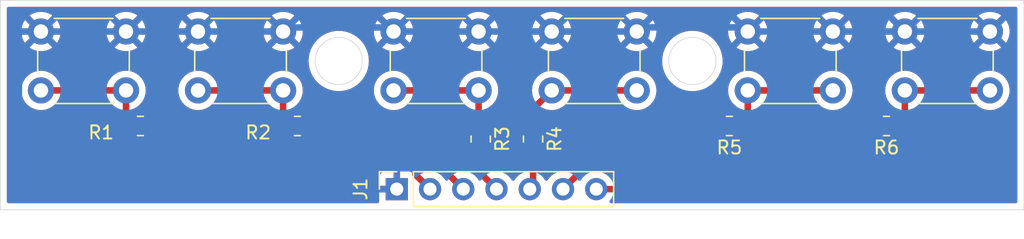
<source format=kicad_pcb>
(kicad_pcb (version 20240108) (generator "pcbnew") (generator_version "8.0")
  (layers (0 "F.Cu" signal) (31 "B.Cu" signal) (34 "B.Paste" user) (35 "F.Paste" user) (36 "B.SilkS" user "B.Silkscreen") (37 "F.SilkS" user "F.Silkscreen") (38 "B.Mask" user) (39 "F.Mask" user) (44 "Edge.Cuts" user))
  (net 0 "")
  (net 1 "Net-(R1-Pad1)")
  (net 2 "Net-(R2-Pad1)")
  (net 3 "Net-(R3-Pad1)")
  (net 4 "Net-(R4-Pad1)")
  (net 5 "Net-(R5-Pad1)")
  (net 6 "Net-(R6-Pad1)")
  (net 7 "GND")
  (net 8 "TP")
  (net 9 "HOME")
  (net 10 "SLCT")
  (net 11 "START")
  (net 12 "R3")
  (net 13 "L3")
  (footprint "Resistor_SMD:R_0805_2012Metric_Pad1.20x1.40mm_HandSolder" (layer "F.Cu") (at 178.5 66 -90)
    (property "Reference" "R4" (at 0 -1.65 90) (layer "F.SilkS"))
    (property "Value" "0")
    (fp_line (start -0.227064 0.735) (end 0.227064 0.735) (stroke (width 0.12)) (layer "F.SilkS"))
    (fp_line (start -0.227064 -0.735) (end 0.227064 -0.735) (stroke (width 0.12)) (layer "F.SilkS"))
    (pad "1" smd roundrect (at -1 0 270) (size 1.2 1.4) (layers "F.Cu" "F.Paste" "F.Mask") (roundrect_rratio 0.208333) (net 4 "Net-(R4-Pad1)"))
    (pad "2" smd roundrect (at 1 0 270) (size 1.2 1.4) (layers "F.Cu" "F.Paste" "F.Mask") (roundrect_rratio 0.208333) (net 8 "TP"))
  )
  (footprint "Resistor_SMD:R_0805_2012Metric_Pad1.20x1.40mm_HandSolder" (layer "F.Cu") (at 174.5 66 -90)
    (property "Reference" "R3" (at 0 -1.65 90) (layer "F.SilkS"))
    (property "Value" "0")
    (fp_line (start -0.227064 0.735) (end 0.227064 0.735) (stroke (width 0.12)) (layer "F.SilkS"))
    (fp_line (start -0.227064 -0.735) (end 0.227064 -0.735) (stroke (width 0.12)) (layer "F.SilkS"))
    (pad "1" smd roundrect (at -1 0 270) (size 1.2 1.4) (layers "F.Cu" "F.Paste" "F.Mask") (roundrect_rratio 0.208333) (net 3 "Net-(R3-Pad1)"))
    (pad "2" smd roundrect (at 1 0 270) (size 1.2 1.4) (layers "F.Cu" "F.Paste" "F.Mask") (roundrect_rratio 0.208333) (net 9 "HOME"))
  )
  (footprint "Button_Switch_THT:SW_PUSH_6mm_H4.3mm" (layer "F.Cu") (at 140.902991 57.782564)
    (property "Reference" "SW1" (hide yes))
    (property "Value" "SW_Push")
    (fp_line (start -0.25 1.5) (end -0.25 3) (stroke (width 0.12)) (layer "F.SilkS"))
    (fp_line (start 1 5.5) (end 5.5 5.5) (stroke (width 0.12)) (layer "F.SilkS"))
    (fp_line (start 5.5 -1) (end 1 -1) (stroke (width 0.12)) (layer "F.SilkS"))
    (fp_line (start 6.75 3) (end 6.75 1.5) (stroke (width 0.12)) (layer "F.SilkS"))
    (pad "1" thru_hole circle (at 0 0 90) (size 2 2) (drill 1.1) (layers "*.Cu" "*.Mask") (net 7 "GND"))
    (pad "1" thru_hole circle (at 6.5 0 90) (size 2 2) (drill 1.1) (layers "*.Cu" "*.Mask") (net 7 "GND"))
    (pad "2" thru_hole circle (at 0 4.5 90) (size 2 2) (drill 1.1) (layers "*.Cu" "*.Mask") (net 1 "Net-(R1-Pad1)"))
    (pad "2" thru_hole circle (at 6.5 4.5 90) (size 2 2) (drill 1.1) (layers "*.Cu" "*.Mask") (net 1 "Net-(R1-Pad1)"))
  )
  (footprint "Button_Switch_THT:SW_PUSH_6mm_H4.3mm" (layer "F.Cu") (at 206.902992 57.782564)
    (property "Reference" "SW6" (hide yes))
    (property "Value" "SW_Push")
    (fp_line (start -0.25 1.5) (end -0.25 3) (stroke (width 0.12)) (layer "F.SilkS"))
    (fp_line (start 1 5.5) (end 5.5 5.5) (stroke (width 0.12)) (layer "F.SilkS"))
    (fp_line (start 5.5 -1) (end 1 -1) (stroke (width 0.12)) (layer "F.SilkS"))
    (fp_line (start 6.75 3) (end 6.75 1.5) (stroke (width 0.12)) (layer "F.SilkS"))
    (pad "1" thru_hole circle (at 0 0 90) (size 2 2) (drill 1.1) (layers "*.Cu" "*.Mask") (net 7 "GND"))
    (pad "1" thru_hole circle (at 6.5 0 90) (size 2 2) (drill 1.1) (layers "*.Cu" "*.Mask") (net 7 "GND"))
    (pad "2" thru_hole circle (at 0 4.5 90) (size 2 2) (drill 1.1) (layers "*.Cu" "*.Mask") (net 6 "Net-(R6-Pad1)"))
    (pad "2" thru_hole circle (at 6.5 4.5 90) (size 2 2) (drill 1.1) (layers "*.Cu" "*.Mask") (net 6 "Net-(R6-Pad1)"))
  )
  (footprint "Resistor_SMD:R_0805_2012Metric_Pad1.20x1.40mm_HandSolder" (layer "F.Cu") (at 193.5 65 180)
    (property "Reference" "R5" (at 0 -1.65 360) (layer "F.SilkS"))
    (property "Value" "0")
    (fp_line (start -0.227064 0.735) (end 0.227064 0.735) (stroke (width 0.12)) (layer "F.SilkS"))
    (fp_line (start -0.227064 -0.735) (end 0.227064 -0.735) (stroke (width 0.12)) (layer "F.SilkS"))
    (pad "1" smd roundrect (at -1 0 180) (size 1.2 1.4) (layers "F.Cu" "F.Paste" "F.Mask") (roundrect_rratio 0.208333) (net 5 "Net-(R5-Pad1)"))
    (pad "2" smd roundrect (at 1 0 180) (size 1.2 1.4) (layers "F.Cu" "F.Paste" "F.Mask") (roundrect_rratio 0.208333) (net 13 "L3"))
  )
  (footprint "Resistor_SMD:R_0805_2012Metric_Pad1.20x1.40mm_HandSolder" (layer "F.Cu") (at 205.5 65 180)
    (property "Reference" "R6" (at 0 -1.65 360) (layer "F.SilkS"))
    (property "Value" "0")
    (fp_line (start -0.227064 0.735) (end 0.227064 0.735) (stroke (width 0.12)) (layer "F.SilkS"))
    (fp_line (start -0.227064 -0.735) (end 0.227064 -0.735) (stroke (width 0.12)) (layer "F.SilkS"))
    (pad "1" smd roundrect (at -1 0 180) (size 1.2 1.4) (layers "F.Cu" "F.Paste" "F.Mask") (roundrect_rratio 0.208333) (net 6 "Net-(R6-Pad1)"))
    (pad "2" smd roundrect (at 1 0 180) (size 1.2 1.4) (layers "F.Cu" "F.Paste" "F.Mask") (roundrect_rratio 0.208333) (net 12 "R3"))
  )
  (footprint "Button_Switch_THT:SW_PUSH_6mm_H4.3mm" (layer "F.Cu") (at 152.902991 57.782564)
    (property "Reference" "SW2" (hide yes))
    (property "Value" "SW_Push")
    (fp_line (start -0.25 1.5) (end -0.25 3) (stroke (width 0.12)) (layer "F.SilkS"))
    (fp_line (start 1 5.5) (end 5.5 5.5) (stroke (width 0.12)) (layer "F.SilkS"))
    (fp_line (start 5.5 -1) (end 1 -1) (stroke (width 0.12)) (layer "F.SilkS"))
    (fp_line (start 6.75 3) (end 6.75 1.5) (stroke (width 0.12)) (layer "F.SilkS"))
    (pad "1" thru_hole circle (at 0 0 90) (size 2 2) (drill 1.1) (layers "*.Cu" "*.Mask") (net 7 "GND"))
    (pad "1" thru_hole circle (at 6.5 0 90) (size 2 2) (drill 1.1) (layers "*.Cu" "*.Mask") (net 7 "GND"))
    (pad "2" thru_hole circle (at 0 4.5 90) (size 2 2) (drill 1.1) (layers "*.Cu" "*.Mask") (net 2 "Net-(R2-Pad1)"))
    (pad "2" thru_hole circle (at 6.5 4.5 90) (size 2 2) (drill 1.1) (layers "*.Cu" "*.Mask") (net 2 "Net-(R2-Pad1)"))
  )
  (footprint "Resistor_SMD:R_0805_2012Metric_Pad1.20x1.40mm_HandSolder" (layer "F.Cu") (at 160.5 65)
    (property "Reference" "R2" (at -3 0.5 0) (layer "F.SilkS"))
    (property "Value" "0")
    (fp_line (start -0.227064 -0.735) (end 0.227064 -0.735) (stroke (width 0.12)) (layer "F.SilkS"))
    (fp_line (start -0.227064 0.735) (end 0.227064 0.735) (stroke (width 0.12)) (layer "F.SilkS"))
    (pad "1" smd roundrect (at -1 0) (size 1.2 1.4) (layers "F.Cu" "F.Paste" "F.Mask") (roundrect_rratio 0.208333) (net 2 "Net-(R2-Pad1)"))
    (pad "2" smd roundrect (at 1 0) (size 1.2 1.4) (layers "F.Cu" "F.Paste" "F.Mask") (roundrect_rratio 0.208333) (net 10 "SLCT"))
  )
  (footprint "Button_Switch_THT:SW_PUSH_6mm_H4.3mm" (layer "F.Cu") (at 167.838269 57.782564)
    (property "Reference" "SW3" (hide yes))
    (property "Value" "SW_Push")
    (fp_line (start -0.25 1.5) (end -0.25 3) (stroke (width 0.12)) (layer "F.SilkS"))
    (fp_line (start 1 5.5) (end 5.5 5.5) (stroke (width 0.12)) (layer "F.SilkS"))
    (fp_line (start 5.5 -1) (end 1 -1) (stroke (width 0.12)) (layer "F.SilkS"))
    (fp_line (start 6.75 3) (end 6.75 1.5) (stroke (width 0.12)) (layer "F.SilkS"))
    (pad "1" thru_hole circle (at 0 0 90) (size 2 2) (drill 1.1) (layers "*.Cu" "*.Mask") (net 7 "GND"))
    (pad "1" thru_hole circle (at 6.5 0 90) (size 2 2) (drill 1.1) (layers "*.Cu" "*.Mask") (net 7 "GND"))
    (pad "2" thru_hole circle (at 0 4.5 90) (size 2 2) (drill 1.1) (layers "*.Cu" "*.Mask") (net 3 "Net-(R3-Pad1)"))
    (pad "2" thru_hole circle (at 6.5 4.5 90) (size 2 2) (drill 1.1) (layers "*.Cu" "*.Mask") (net 3 "Net-(R3-Pad1)"))
  )
  (footprint "Button_Switch_THT:SW_PUSH_6mm_H4.3mm" (layer "F.Cu") (at 179.922445 57.782564)
    (property "Reference" "SW4" (hide yes))
    (property "Value" "SW_Push")
    (fp_line (start -0.25 1.5) (end -0.25 3) (stroke (width 0.12)) (layer "F.SilkS"))
    (fp_line (start 1 5.5) (end 5.5 5.5) (stroke (width 0.12)) (layer "F.SilkS"))
    (fp_line (start 5.5 -1) (end 1 -1) (stroke (width 0.12)) (layer "F.SilkS"))
    (fp_line (start 6.75 3) (end 6.75 1.5) (stroke (width 0.12)) (layer "F.SilkS"))
    (pad "1" thru_hole circle (at 0 0 90) (size 2 2) (drill 1.1) (layers "*.Cu" "*.Mask") (net 7 "GND"))
    (pad "1" thru_hole circle (at 6.5 0 90) (size 2 2) (drill 1.1) (layers "*.Cu" "*.Mask") (net 7 "GND"))
    (pad "2" thru_hole circle (at 0 4.5 90) (size 2 2) (drill 1.1) (layers "*.Cu" "*.Mask") (net 4 "Net-(R4-Pad1)"))
    (pad "2" thru_hole circle (at 6.5 4.5 90) (size 2 2) (drill 1.1) (layers "*.Cu" "*.Mask") (net 4 "Net-(R4-Pad1)"))
  )
  (footprint "Button_Switch_THT:SW_PUSH_6mm_H4.3mm" (layer "F.Cu") (at 194.902992 57.782564)
    (property "Reference" "SW5" (hide yes))
    (property "Value" "SW_Push")
    (fp_line (start -0.25 1.5) (end -0.25 3) (stroke (width 0.12)) (layer "F.SilkS"))
    (fp_line (start 1 5.5) (end 5.5 5.5) (stroke (width 0.12)) (layer "F.SilkS"))
    (fp_line (start 5.5 -1) (end 1 -1) (stroke (width 0.12)) (layer "F.SilkS"))
    (fp_line (start 6.75 3) (end 6.75 1.5) (stroke (width 0.12)) (layer "F.SilkS"))
    (pad "1" thru_hole circle (at 0 0 90) (size 2 2) (drill 1.1) (layers "*.Cu" "*.Mask") (net 7 "GND"))
    (pad "1" thru_hole circle (at 6.5 0 90) (size 2 2) (drill 1.1) (layers "*.Cu" "*.Mask") (net 7 "GND"))
    (pad "2" thru_hole circle (at 0 4.5 90) (size 2 2) (drill 1.1) (layers "*.Cu" "*.Mask") (net 5 "Net-(R5-Pad1)"))
    (pad "2" thru_hole circle (at 6.5 4.5 90) (size 2 2) (drill 1.1) (layers "*.Cu" "*.Mask") (net 5 "Net-(R5-Pad1)"))
  )
  (footprint "Resistor_SMD:R_0805_2012Metric_Pad1.20x1.40mm_HandSolder" (layer "F.Cu") (at 148.5 65)
    (property "Reference" "R1" (at -3 0.5 0) (layer "F.SilkS"))
    (property "Value" "0")
    (fp_line (start -0.227064 -0.735) (end 0.227064 -0.735) (stroke (width 0.12)) (layer "F.SilkS"))
    (fp_line (start -0.227064 0.735) (end 0.227064 0.735) (stroke (width 0.12)) (layer "F.SilkS"))
    (pad "1" smd roundrect (at -1 0) (size 1.2 1.4) (layers "F.Cu" "F.Paste" "F.Mask") (roundrect_rratio 0.208333) (net 1 "Net-(R1-Pad1)"))
    (pad "2" smd roundrect (at 1 0) (size 1.2 1.4) (layers "F.Cu" "F.Paste" "F.Mask") (roundrect_rratio 0.208333) (net 11 "START"))
  )
  (footprint "Connector_PinSocket_2.54mm:PinSocket_1x07_P2.54mm_Vertical" (layer "F.Cu") (at 168.087866 69.824005 90)
    (property "Reference" "J1" (at 0 -2.77 90) (layer "F.SilkS"))
    (property "Value" "Conn_01x07_Socket")
    (fp_line (start 1.33 -1.33) (end 1.33 0) (stroke (width 0.12)) (layer "F.SilkS"))
    (fp_line (start 0 -1.33) (end 1.33 -1.33) (stroke (width 0.12)) (layer "F.SilkS"))
    (fp_line (start 1.33 1.27) (end 1.33 16.57) (stroke (width 0.12)) (layer "F.SilkS"))
    (fp_line (start -1.33 1.27) (end 1.33 1.27) (stroke (width 0.12)) (layer "F.SilkS"))
    (fp_line (start -1.33 1.27) (end -1.33 16.57) (stroke (width 0.12)) (layer "F.SilkS"))
    (fp_line (start -1.33 16.57) (end 1.33 16.57) (stroke (width 0.12)) (layer "F.SilkS"))
    (pad "1" thru_hole rect (at 0 0 90) (size 1.7 1.7) (drill 1) (layers "*.Cu" "*.Mask") (net 7 "GND"))
    (pad "2" thru_hole oval (at 0 2.54 90) (size 1.7 1.7) (drill 1) (layers "*.Cu" "*.Mask") (net 11 "START"))
    (pad "3" thru_hole oval (at 0 5.08 90) (size 1.7 1.7) (drill 1) (layers "*.Cu" "*.Mask") (net 10 "SLCT"))
    (pad "4" thru_hole oval (at 0 7.62 90) (size 1.7 1.7) (drill 1) (layers "*.Cu" "*.Mask") (net 9 "HOME"))
    (pad "5" thru_hole oval (at 0 10.16 90) (size 1.7 1.7) (drill 1) (layers "*.Cu" "*.Mask") (net 8 "TP"))
    (pad "6" thru_hole oval (at 0 12.7 90) (size 1.7 1.7) (drill 1) (layers "*.Cu" "*.Mask") (net 13 "L3"))
    (pad "7" thru_hole oval (at 0 15.24 90) (size 1.7 1.7) (drill 1) (layers "*.Cu" "*.Mask") (net 12 "R3"))
  )
  (gr_rect (start 137.8 55.4) (end 216 71.4) (stroke (width 0.05)) (fill none) (layer "Edge.Cuts"))
  (gr_circle (center 163.652991 60.032564) (end 165.452587 60.023789) (stroke (width 0.05)) (fill none) (layer "Edge.Cuts"))
  (gr_circle (center 190.672445 60.032564) (end 192.478291 60.040898) (stroke (width 0.05)) (fill none) (layer "Edge.Cuts"))
  (segment (start 147.402991 62.282564) (end 147.402991 64.902991) (width 0.5) (layer "F.Cu") (net 1))
  (segment (start 140.902991 62.282564) (end 147.402991 62.282564) (width 0.5) (layer "F.Cu") (net 1))
  (segment (start 147.402991 64.902991) (end 147.5 65) (width 0.5) (layer "F.Cu") (net 1))
  (segment (start 159.402991 62.282564) (end 159.402991 64.902991) (width 0.5) (layer "F.Cu") (net 2))
  (segment (start 152.902991 62.282564) (end 159.402991 62.282564) (width 0.5) (layer "F.Cu") (net 2))
  (segment (start 159.402991 64.902991) (end 159.5 65) (width 0.5) (layer "F.Cu") (net 2))
  (segment (start 167.838269 62.282564) (end 174.338269 62.282564) (width 0.5) (layer "F.Cu") (net 3))
  (segment (start 174.338269 64.838269) (end 174.5 65) (width 0.5) (layer "F.Cu") (net 3))
  (segment (start 174.338269 62.282564) (end 174.338269 64.838269) (width 0.5) (layer "F.Cu") (net 3))
  (segment (start 178.5 63.705009) (end 178.5 65) (width 0.5) (layer "F.Cu") (net 4))
  (segment (start 179.922445 62.282564) (end 178.5 63.705009) (width 0.5) (layer "F.Cu") (net 4))
  (segment (start 186.422445 62.282564) (end 179.922445 62.282564) (width 0.5) (layer "F.Cu") (net 4))
  (segment (start 194.902992 64.597008) (end 194.5 65) (width 0.5) (layer "F.Cu") (net 5))
  (segment (start 201.402992 62.282564) (end 194.902992 62.282564) (width 0.5) (layer "F.Cu") (net 5))
  (segment (start 194.902992 62.282564) (end 194.902992 64.597008) (width 0.5) (layer "F.Cu") (net 5))
  (segment (start 206.902992 64.597008) (end 206.5 65) (width 0.5) (layer "F.Cu") (net 6))
  (segment (start 213.402992 62.282564) (end 206.902992 62.282564) (width 0.5) (layer "F.Cu") (net 6))
  (segment (start 206.902992 62.282564) (end 206.902992 64.597008) (width 0.5) (layer "F.Cu") (net 6))
  (segment (start 194.587505 57.467077) (end 186.737932 57.467077) (width 0.5) (layer "B.Cu") (net 7))
  (segment (start 179.922445 57.782564) (end 174.338269 57.782564) (width 0.5) (layer "B.Cu") (net 7))
  (segment (start 152.902991 57.782564) (end 147.402991 57.782564) (width 0.5) (layer "B.Cu") (net 7))
  (segment (start 139.217436 57.782564) (end 139.217436 64.217436) (width 0.5) (layer "B.Cu") (net 7))
  (segment (start 186.737932 57.467077) (end 186.422445 57.782564) (width 0.5) (layer "B.Cu") (net 7))
  (segment (start 139.217436 64.217436) (end 144.824005 69.824005) (width 0.5) (layer "B.Cu") (net 7))
  (segment (start 159.402991 57.782564) (end 152.902991 57.782564) (width 0.5) (layer "B.Cu") (net 7))
  (segment (start 174.338269 57.782564) (end 167.838269 57.782564) (width 0.5) (layer "B.Cu") (net 7))
  (segment (start 147.402991 57.782564) (end 140.902991 57.782564) (width 0.5) (layer "B.Cu") (net 7))
  (segment (start 140.902991 57.782564) (end 139.217436 57.782564) (width 0.5) (layer "B.Cu") (net 7))
  (segment (start 201.402992 57.782564) (end 194.902992 57.782564) (width 0.5) (layer "B.Cu") (net 7))
  (segment (start 159.712218 57.473337) (end 159.402991 57.782564) (width 0.5) (layer "B.Cu") (net 7))
  (segment (start 144.824005 69.824005) (end 168.087866 69.824005) (width 0.5) (layer "B.Cu") (net 7))
  (segment (start 213.402992 57.782564) (end 206.902992 57.782564) (width 0.5) (layer "B.Cu") (net 7))
  (segment (start 186.422445 57.782564) (end 179.922445 57.782564) (width 0.5) (layer "B.Cu") (net 7))
  (segment (start 206.902992 57.782564) (end 201.402992 57.782564) (width 0.5) (layer "B.Cu") (net 7))
  (segment (start 167.838269 57.782564) (end 167.529042 57.473337) (width 0.5) (layer "B.Cu") (net 7))
  (segment (start 167.529042 57.473337) (end 159.712218 57.473337) (width 0.5) (layer "B.Cu") (net 7))
  (segment (start 194.902992 57.782564) (end 194.587505 57.467077) (width 0.5) (layer "B.Cu") (net 7))
  (segment (start 178.5 67) (end 178.5 69.571871) (width 0.5) (layer "F.Cu") (net 8))
  (segment (start 178.5 69.571871) (end 178.247866 69.824005) (width 0.5) (layer "F.Cu") (net 8))
  (segment (start 174.5 68.616139) (end 175.707866 69.824005) (width 0.5) (layer "F.Cu") (net 9))
  (segment (start 174.5 67) (end 174.5 68.616139) (width 0.5) (layer "F.Cu") (net 9))
  (segment (start 168.343861 65) (end 173.167866 69.824005) (width 0.5) (layer "F.Cu") (net 10))
  (segment (start 161.5 65) (end 168.343861 65) (width 0.5) (layer "F.Cu") (net 10))
  (segment (start 169.5 68.696139) (end 170.627866 69.824005) (width 0.5) (layer "F.Cu") (net 11))
  (segment (start 149.5 65) (end 151.5 67) (width 0.5) (layer "F.Cu") (net 11))
  (segment (start 169.5 68) (end 169.5 68.696139) (width 0.5) (layer "F.Cu") (net 11))
  (segment (start 151.5 67) (end 168.5 67) (width 0.5) (layer "F.Cu") (net 11))
  (segment (start 168.5 67) (end 169.5 68) (width 0.5) (layer "F.Cu") (net 11))
  (segment (start 199.675995 69.824005) (end 183.327866 69.824005) (width 0.5) (layer "F.Cu") (net 12))
  (segment (start 204.5 65) (end 199.675995 69.824005) (width 0.5) (layer "F.Cu") (net 12))
  (segment (start 185.611871 65) (end 180.787866 69.824005) (width 0.5) (layer "F.Cu") (net 13))
  (segment (start 192.5 65) (end 185.611871 65) (width 0.5) (layer "F.Cu") (net 13))
  (zone (net 7) (net_name "GND") (layers "F&B.Cu") (connect_pads (clearance 0.5)) (min_thickness 0.25) (fill yes (thermal_gap 0.5) (thermal_bridge_width 0.5))
    (polygon (pts (xy 137.8 55.4) (xy 216 55.4) (xy 216 71.4) (xy 137.8 71.4)))
  )
)
</source>
